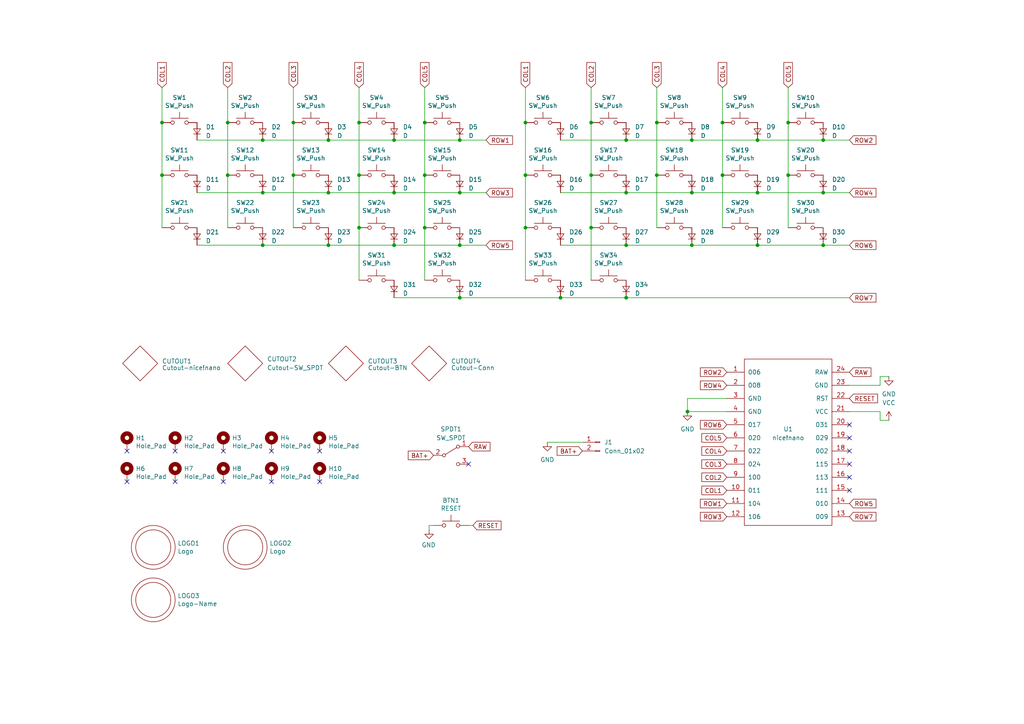
<source format=kicad_sch>
(kicad_sch (version 20231120) (generator "eeschema") (generator_version "8.0")
  (paper "A4")
  (title_block (title "Fract Choc") (date "2024-10-02") (rev "1.0") (company "skarrmann"))
  (lib_symbols
    (symbol "GND_1" (power) (pin_numbers hide) (pin_names (offset 0) hide)
      (property "Value" "GND" (at 0 -3.81 0))
      (symbol "GND_1_0_1"
        (polyline (pts (xy 0 0) (xy 0 -1.27) (xy 1.27 -1.27) (xy 0 -2.54) (xy -1.27 -1.27) (xy 0 -1.27)))
      )
      (symbol "GND_1_1_1"
        (pin power_in line (at 0 0 270) (length 0) (name "~") (number "1"))
      )
    )
    (symbol "VCC_1" (power) (pin_numbers hide) (pin_names (offset 0) hide)
      (property "Value" "VCC" (at 0 3.556 0))
      (symbol "VCC_1_0_1"
        (polyline (pts (xy -0.762 1.27) (xy 0 2.54)))
        (polyline (pts (xy 0 0) (xy 0 2.54)))
        (polyline (pts (xy 0 2.54) (xy 0.762 1.27)))
      )
      (symbol "VCC_1_1_1"
        (pin power_in line (at 0 0 90) (length 0) (name "~") (number "1"))
      )
    )
    (symbol "fract-components:Conn_01x02" (pin_names (offset 1.016) hide)
      (property "Reference" "J" (at 0 2.54 0))
      (property "Value" "Conn_01x02" (at 0 -5.08 0))
      (symbol "Conn_01x02_1_1"
        (rectangle (start -1.27 -2.413) (end 0 -2.667) (stroke (width 0.1524)))
        (rectangle (start -1.27 0.127) (end 0 -0.127) (stroke (width 0.1524)))
        (pin passive line (at -5.08 0 0) (length 3.81) (name "Pin_1") (number "1"))
        (pin passive line (at -5.08 -2.54 0) (length 3.81) (name "Pin_2") (number "2"))
      )
    )
    (symbol "fract-components:Cutout" (pin_names (offset 0)) (in_bom no)
      (property "Reference" "CUTOUT" (at 0 0 0))
      (symbol "Cutout_0_1"
        (polyline (pts (xy 0 5.08) (xy 5.08 0) (xy 0 -5.08) (xy -5.08 0) (xy 0 5.08)) (stroke (width 0.1524)))
      )
    )
    (symbol "fract-components:D" (pin_numbers hide) (pin_names (offset 0.254) hide)
      (property "Reference" "D" (at -1.27 2.032 0))
      (property "Value" "D" (at -1.27 -2.032 0))
      (symbol "D_0_1"
        (polyline (pts (xy -0.762 -1.016) (xy -0.762 1.016)))
        (polyline (pts (xy -0.762 0) (xy 0.762 0)))
        (polyline (pts (xy 0.762 -1.016) (xy -0.762 0) (xy 0.762 1.016) (xy 0.762 -1.016)))
      )
      (symbol "D_1_1"
        (pin passive line (at -2.54 0 0) (length 1.778) (name "K") (number "1"))
        (pin passive line (at 2.54 0 180) (length 1.778) (name "A") (number "2"))
      )
    )
    (symbol "fract-components:Hole_Pad" (pin_numbers hide) (pin_names (offset 1.016) hide)
      (property "Reference" "H" (at 0 6.35 0))
      (property "Value" "Hole_Pad" (at 0 4.445 0))
      (symbol "Hole_Pad_0_1"
        (circle (center 0 1.27) (radius 1.27) (stroke (width 1.27)))
      )
      (symbol "Hole_Pad_1_1"
        (pin input line (at 0 -2.54 90) (length 2.54) (name "1") (number "1"))
      )
    )
    (symbol "fract-components:Logo" (pin_names (offset 1.016))
      (property "Reference" "LOGO" (at 0 -1.27 0))
      (property "Value" "Logo" (at 0 1.27 0))
      (symbol "Logo_0_1"
        (circle (center 0 0) (radius 5.08))
        (circle (center 0 0) (radius 6.35))
      )
    )
    (symbol "fract-components:SW_Push" (pin_numbers hide) (pin_names (offset 1.016) hide)
      (property "Reference" "SW" (at 1.27 2.54 0))
      (property "Value" "SW_Push" (at 0 -1.524 0))
      (symbol "SW_Push_0_1"
        (circle (center -2.032 0) (radius 0.508))
        (polyline (pts (xy 0 1.27) (xy 0 3.048)))
        (polyline (pts (xy 2.54 1.27) (xy -2.54 1.27)))
        (circle (center 2.032 0) (radius 0.508))
        (pin passive line (at -5.08 0 0) (length 2.54) (name "1") (number "1"))
        (pin passive line (at 5.08 0 180) (length 2.54) (name "2") (number "2"))
      )
    )
    (symbol "fract-components:SW_SPDT" (pin_names (offset 0) hide)
      (property "Reference" "SW" (at 0 5.08 0))
      (property "Value" "SW_SPDT" (at 0 -5.08 0))
      (symbol "SW_SPDT_0_1"
        (circle (center -2.032 0) (radius 0.4572))
        (polyline (pts (xy -1.651 0.254) (xy 1.651 2.286)))
        (circle (center 2.032 -2.54) (radius 0.4572))
        (circle (center 2.032 2.54) (radius 0.4572))
      )
      (symbol "SW_SPDT_1_1"
        (pin passive line (at 5.08 2.54 180) (length 2.54) (name "A") (number "1"))
        (pin passive line (at -5.08 0 0) (length 2.54) (name "B") (number "2"))
        (pin passive line (at 5.08 -2.54 180) (length 2.54) (name "C") (number "3"))
      )
    )
    (symbol "fract-components:nice!nano" (pin_names (offset 1))
      (property "Reference" "U" (at 0 3.81 0))
      (property "Value" "nice!nano" (at 0 1.27 0))
      (symbol "nice!nano_0_0"
        (text "" (at 6.35 -27.94 0) (effects (font (size 1.27 1.27))))
        (text "" (at 7.62 -1.27 0) (effects (font (size 1.27 1.27))))
        (text "" (at 12.7 -25.4 0) (effects (font (size 1.27 1.27))))
        (text "" (at 15.24 -8.89 0) (effects (font (size 1.27 1.27))))
        (text "" (at 17.78 -7.62 0) (effects (font (size 1.27 1.27))))
        (text "" (at 19.05 -2.54 0) (effects (font (size 1.27 1.27))))
      )
      (symbol "nice!nano_1_1"
        (rectangle (start -12.7 24.13) (end 12.7 -24.13) (stroke (width 0.1524)))
        (pin input line (at -17.78 20.32 0) (length 5.08) (name "006") (number "1"))
        (pin input line (at -17.78 -13.97 0) (length 5.08) (name "011") (number "10"))
        (pin input line (at -17.78 -17.78 0) (length 5.08) (name "104") (number "11"))
        (pin input line (at -17.78 -21.59 0) (length 5.08) (name "106") (number "12"))
        (pin input line (at 17.78 -21.59 180) (length 5.08) (name "009") (number "13"))
        (pin input line (at 17.78 -17.78 180) (length 5.08) (name "010") (number "14"))
        (pin input line (at 17.78 -13.97 180) (length 5.08) (name "111") (number "15"))
        (pin input line (at 17.78 -10.16 180) (length 5.08) (name "113") (number "16"))
        (pin input line (at 17.78 -6.35 180) (length 5.08) (name "115") (number "17"))
        (pin input line (at 17.78 -2.54 180) (length 5.08) (name "002") (number "18"))
        (pin input line (at 17.78 1.27 180) (length 5.08) (name "029") (number "19"))
        (pin input line (at -17.78 16.51 0) (length 5.08) (name "008") (number "2"))
        (pin input line (at 17.78 5.08 180) (length 5.08) (name "031") (number "20"))
        (pin input line (at 17.78 8.89 180) (length 5.08) (name "VCC") (number "21"))
        (pin input line (at 17.78 12.7 180) (length 5.08) (name "RST") (number "22"))
        (pin input line (at 17.78 16.51 180) (length 5.08) (name "GND") (number "23"))
        (pin input line (at 17.78 20.32 180) (length 5.08) (name "RAW") (number "24"))
        (pin input line (at -17.78 12.7 0) (length 5.08) (name "GND") (number "3"))
        (pin input line (at -17.78 8.89 0) (length 5.08) (name "GND") (number "4"))
        (pin input line (at -17.78 5.08 0) (length 5.08) (name "017") (number "5"))
        (pin input line (at -17.78 1.27 0) (length 5.08) (name "020") (number "6"))
        (pin input line (at -17.78 -2.54 0) (length 5.08) (name "022") (number "7"))
        (pin input line (at -17.78 -6.35 0) (length 5.08) (name "024") (number "8"))
        (pin input line (at -17.78 -10.16 0) (length 5.08) (name "100") (number "9"))
      )
    )
    (symbol "power:GND" (power) (pin_names (offset 0))
      (property "Value" "GND" (at 0 -3.81 0))
      (symbol "GND_0_1"
        (polyline (pts (xy 0 0) (xy 0 -1.27) (xy 1.27 -1.27) (xy 0 -2.54) (xy -1.27 -1.27) (xy 0 -1.27)))
      )
      (symbol "GND_1_1"
        (pin power_in line (at 0 0 270) (length 0) hide (name "GND") (number "1"))
      )
    )
  )
  (junction (at 238.76 40.64))
  (junction (at 152.4 35.56))
  (junction (at 219.71 40.64))
  (junction (at 123.19 50.8))
  (junction (at 133.35 71.12))
  (junction (at 238.76 55.88))
  (junction (at 181.61 55.88))
  (junction (at 123.19 66.04))
  (junction (at 171.45 66.04))
  (junction (at 200.66 55.88))
  (junction (at 200.66 40.64))
  (junction (at 95.25 71.12))
  (junction (at 46.99 35.56))
  (junction (at 209.55 50.8))
  (junction (at 95.25 55.88))
  (junction (at 219.71 71.12))
  (junction (at 133.35 40.64))
  (junction (at 199.39 119.38))
  (junction (at 181.61 71.12))
  (junction (at 66.04 35.56))
  (junction (at 76.2 71.12))
  (junction (at 228.6 50.8))
  (junction (at 219.71 55.88))
  (junction (at 209.55 35.56))
  (junction (at 171.45 50.8))
  (junction (at 133.35 55.88))
  (junction (at 152.4 50.8))
  (junction (at 66.04 50.8))
  (junction (at 76.2 55.88))
  (junction (at 200.66 71.12))
  (junction (at 76.2 40.64))
  (junction (at 190.5 50.8))
  (junction (at 104.14 35.56))
  (junction (at 181.61 40.64))
  (junction (at 190.5 35.56))
  (junction (at 114.3 55.88))
  (junction (at 104.14 50.8))
  (junction (at 46.99 50.8))
  (junction (at 162.56 86.36))
  (junction (at 238.76 71.12))
  (junction (at 181.61 86.36))
  (junction (at 228.6 35.56))
  (junction (at 152.4 66.04))
  (junction (at 114.3 71.12))
  (junction (at 123.19 35.56))
  (junction (at 85.09 35.56))
  (junction (at 133.35 86.36))
  (junction (at 104.14 66.04))
  (junction (at 171.45 35.56))
  (junction (at 114.3 40.64))
  (junction (at 95.25 40.64))
  (junction (at 85.09 50.8))
  (no_connect (at 36.83 139.7))
  (no_connect (at 135.89 134.62))
  (no_connect (at 246.38 130.81))
  (no_connect (at 246.38 142.24))
  (no_connect (at 246.38 134.62))
  (no_connect (at 92.71 139.7))
  (no_connect (at 50.8 139.7))
  (no_connect (at 246.38 127))
  (no_connect (at 64.77 139.7))
  (no_connect (at 246.38 123.19))
  (no_connect (at 78.74 130.81))
  (no_connect (at 78.74 139.7))
  (no_connect (at 92.71 130.81))
  (no_connect (at 64.77 130.81))
  (no_connect (at 36.83 130.81))
  (no_connect (at 246.38 138.43))
  (no_connect (at 50.8 130.81))
  (wire (pts (xy 85.09 25.4) (xy 85.09 35.56)))
  (wire (pts (xy 190.5 50.8) (xy 190.5 66.04)))
  (wire (pts (xy 190.5 25.4) (xy 190.5 35.56)))
  (wire (pts (xy 124.46 152.4) (xy 124.46 153.67)))
  (wire (pts (xy 46.99 50.8) (xy 46.99 66.04)))
  (wire (pts (xy 181.61 71.12) (xy 200.66 71.12)))
  (wire (pts (xy 228.6 50.8) (xy 228.6 66.04)))
  (wire (pts (xy 66.04 25.4) (xy 66.04 35.56)))
  (wire (pts (xy 85.09 50.8) (xy 85.09 66.04)))
  (wire (pts (xy 238.76 55.88) (xy 246.38 55.88)))
  (wire (pts (xy 199.39 115.57) (xy 210.82 115.57)))
  (wire (pts (xy 66.04 50.8) (xy 66.04 66.04)))
  (wire (pts (xy 104.14 50.8) (xy 104.14 66.04)))
  (wire (pts (xy 162.56 86.36) (xy 181.61 86.36)))
  (wire (pts (xy 209.55 25.4) (xy 209.55 35.56)))
  (wire (pts (xy 104.14 35.56) (xy 104.14 50.8)))
  (wire (pts (xy 152.4 35.56) (xy 152.4 50.8)))
  (wire (pts (xy 238.76 40.64) (xy 246.38 40.64)))
  (wire (pts (xy 137.16 152.4) (xy 135.89 152.4)))
  (wire (pts (xy 125.73 152.4) (xy 124.46 152.4)))
  (wire (pts (xy 104.14 66.04) (xy 104.14 81.28)))
  (wire (pts (xy 219.71 55.88) (xy 238.76 55.88)))
  (wire (pts (xy 181.61 55.88) (xy 200.66 55.88)))
  (wire (pts (xy 123.19 25.4) (xy 123.19 35.56)))
  (wire (pts (xy 95.25 40.64) (xy 114.3 40.64)))
  (wire (pts (xy 152.4 50.8) (xy 152.4 66.04)))
  (wire (pts (xy 219.71 40.64) (xy 238.76 40.64)))
  (wire (pts (xy 114.3 55.88) (xy 133.35 55.88)))
  (wire (pts (xy 114.3 40.64) (xy 133.35 40.64)))
  (wire (pts (xy 76.2 55.88) (xy 95.25 55.88)))
  (wire (pts (xy 200.66 55.88) (xy 219.71 55.88)))
  (wire (pts (xy 238.76 71.12) (xy 246.38 71.12)))
  (wire (pts (xy 181.61 40.64) (xy 200.66 40.64)))
  (wire (pts (xy 257.81 109.22) (xy 255.27 109.22)))
  (wire (pts (xy 171.45 25.4) (xy 171.45 35.56)))
  (wire (pts (xy 133.35 86.36) (xy 162.56 86.36)))
  (wire (pts (xy 171.45 66.04) (xy 171.45 81.28)))
  (wire (pts (xy 200.66 40.64) (xy 219.71 40.64)))
  (wire (pts (xy 95.25 55.88) (xy 114.3 55.88)))
  (wire (pts (xy 162.56 55.88) (xy 181.61 55.88)))
  (wire (pts (xy 133.35 40.64) (xy 140.97 40.64)))
  (wire (pts (xy 66.04 35.56) (xy 66.04 50.8)))
  (wire (pts (xy 123.19 35.56) (xy 123.19 50.8)))
  (wire (pts (xy 228.6 25.4) (xy 228.6 35.56)))
  (wire (pts (xy 190.5 35.56) (xy 190.5 50.8)))
  (wire (pts (xy 209.55 50.8) (xy 209.55 66.04)))
  (wire (pts (xy 57.15 71.12) (xy 76.2 71.12)))
  (wire (pts (xy 219.71 71.12) (xy 238.76 71.12)))
  (wire (pts (xy 209.55 35.56) (xy 209.55 50.8)))
  (wire (pts (xy 257.81 121.92) (xy 255.27 121.92)))
  (wire (pts (xy 246.38 119.38) (xy 255.27 119.38)))
  (wire (pts (xy 246.38 111.76) (xy 255.27 111.76)))
  (wire (pts (xy 46.99 35.56) (xy 46.99 50.8)))
  (wire (pts (xy 95.25 71.12) (xy 114.3 71.12)))
  (wire (pts (xy 171.45 35.56) (xy 171.45 50.8)))
  (wire (pts (xy 162.56 71.12) (xy 181.61 71.12)))
  (wire (pts (xy 199.39 115.57) (xy 199.39 119.38)))
  (wire (pts (xy 162.56 40.64) (xy 181.61 40.64)))
  (wire (pts (xy 46.99 25.4) (xy 46.99 35.56)))
  (wire (pts (xy 57.15 40.64) (xy 76.2 40.64)))
  (wire (pts (xy 255.27 121.92) (xy 255.27 119.38)))
  (wire (pts (xy 228.6 35.56) (xy 228.6 50.8)))
  (wire (pts (xy 200.66 71.12) (xy 219.71 71.12)))
  (wire (pts (xy 123.19 50.8) (xy 123.19 66.04)))
  (wire (pts (xy 114.3 86.36) (xy 133.35 86.36)))
  (wire (pts (xy 152.4 66.04) (xy 152.4 81.28)))
  (wire (pts (xy 181.61 86.36) (xy 246.38 86.36)))
  (wire (pts (xy 114.3 71.12) (xy 133.35 71.12)))
  (wire (pts (xy 171.45 50.8) (xy 171.45 66.04)))
  (wire (pts (xy 57.15 55.88) (xy 76.2 55.88)))
  (wire (pts (xy 133.35 55.88) (xy 140.97 55.88)))
  (wire (pts (xy 104.14 25.4) (xy 104.14 35.56)))
  (wire (pts (xy 133.35 71.12) (xy 140.97 71.12)))
  (wire (pts (xy 123.19 66.04) (xy 123.19 81.28)))
  (wire (pts (xy 76.2 71.12) (xy 95.25 71.12)))
  (wire (pts (xy 152.4 25.4) (xy 152.4 35.56)))
  (wire (pts (xy 199.39 119.38) (xy 210.82 119.38)))
  (wire (pts (xy 255.27 109.22) (xy 255.27 111.76)))
  (wire (pts (xy 76.2 40.64) (xy 95.25 40.64)))
  (wire (pts (xy 158.75 128.27) (xy 168.91 128.27)))
  (wire (pts (xy 85.09 35.56) (xy 85.09 50.8)))
  (global_label "RESET" (shape input) (at 246.38 115.57 0) (property "Intersheetrefs" "${INTERSHEET_REFS}" (effects (hide yes))))
  (global_label "COL4" (shape input) (at 104.14 25.4 90) (property "Intersheetrefs" "${INTERSHEET_REFS}" (effects (hide yes))))
  (global_label "COL2" (shape input) (at 66.04 25.4 90) (property "Intersheetrefs" "${INTERSHEET_REFS}" (effects (hide yes))))
  (global_label "ROW7" (shape input) (at 246.38 86.36 0) (property "Intersheetrefs" "${INTERSHEET_REFS}" (effects (hide yes))))
  (global_label "ROW4" (shape input) (at 246.38 55.88 0) (property "Intersheetrefs" "${INTERSHEET_REFS}" (effects (hide yes))))
  (global_label "ROW5" (shape input) (at 140.97 71.12 0) (property "Intersheetrefs" "${INTERSHEET_REFS}" (effects (hide yes))))
  (global_label "COL2" (shape input) (at 210.82 138.43 180) (property "Intersheetrefs" "${INTERSHEET_REFS}" (effects (hide yes))))
  (global_label "COL1" (shape input) (at 46.99 25.4 90) (property "Intersheetrefs" "${INTERSHEET_REFS}" (effects (hide yes))))
  (global_label "COL3" (shape input) (at 85.09 25.4 90) (property "Intersheetrefs" "${INTERSHEET_REFS}" (effects (hide yes))))
  (global_label "ROW6" (shape input) (at 246.38 71.12 0) (property "Intersheetrefs" "${INTERSHEET_REFS}" (effects (hide yes))))
  (global_label "RAW" (shape input) (at 246.38 107.95 0) (property "Intersheetrefs" "${INTERSHEET_REFS}" (effects (hide yes))))
  (global_label "RAW" (shape input) (at 135.89 129.54 0) (property "Intersheetrefs" "${INTERSHEET_REFS}" (effects (hide yes))))
  (global_label "COL3" (shape input) (at 190.5 25.4 90) (property "Intersheetrefs" "${INTERSHEET_REFS}" (effects (hide yes))))
  (global_label "RESET" (shape input) (at 137.16 152.4 0) (property "Intersheetrefs" "${INTERSHEET_REFS}" (effects (hide yes))))
  (global_label "ROW2" (shape input) (at 246.38 40.64 0) (property "Intersheetrefs" "${INTERSHEET_REFS}" (effects (hide yes))))
  (global_label "ROW7" (shape input) (at 246.38 149.86 0) (property "Intersheetrefs" "${INTERSHEET_REFS}" (effects (hide yes))))
  (global_label "COL1" (shape input) (at 210.82 142.24 180) (property "Intersheetrefs" "${INTERSHEET_REFS}" (effects (hide yes))))
  (global_label "ROW5" (shape input) (at 246.38 146.05 0) (property "Intersheetrefs" "${INTERSHEET_REFS}" (effects (hide yes))))
  (global_label "COL1" (shape input) (at 152.4 25.4 90) (property "Intersheetrefs" "${INTERSHEET_REFS}" (effects (hide yes))))
  (global_label "ROW3" (shape input) (at 210.82 149.86 180) (property "Intersheetrefs" "${INTERSHEET_REFS}" (effects (hide yes))))
  (global_label "COL4" (shape input) (at 210.82 130.81 180) (property "Intersheetrefs" "${INTERSHEET_REFS}" (effects (hide yes))))
  (global_label "COL3" (shape input) (at 210.82 134.62 180) (property "Intersheetrefs" "${INTERSHEET_REFS}" (effects (hide yes))))
  (global_label "BAT+" (shape input) (at 168.91 130.81 180) (property "Intersheetrefs" "${INTERSHEET_REFS}" (effects (hide yes))))
  (global_label "BAT+" (shape input) (at 125.73 132.08 180) (property "Intersheetrefs" "${INTERSHEET_REFS}" (effects (hide yes))))
  (global_label "ROW6" (shape input) (at 210.82 123.19 180) (property "Intersheetrefs" "${INTERSHEET_REFS}" (effects (hide yes))))
  (global_label "COL5" (shape input) (at 228.6 25.4 90) (property "Intersheetrefs" "${INTERSHEET_REFS}" (effects (hide yes))))
  (global_label "ROW2" (shape input) (at 210.82 107.95 180) (property "Intersheetrefs" "${INTERSHEET_REFS}" (effects (hide yes))))
  (global_label "ROW1" (shape input) (at 140.97 40.64 0) (property "Intersheetrefs" "${INTERSHEET_REFS}" (effects (hide yes))))
  (global_label "ROW3" (shape input) (at 140.97 55.88 0) (property "Intersheetrefs" "${INTERSHEET_REFS}" (effects (hide yes))))
  (global_label "COL5" (shape input) (at 210.82 127 180) (property "Intersheetrefs" "${INTERSHEET_REFS}" (effects (hide yes))))
  (global_label "COL5" (shape input) (at 123.19 25.4 90) (property "Intersheetrefs" "${INTERSHEET_REFS}" (effects (hide yes))))
  (global_label "COL4" (shape input) (at 209.55 25.4 90) (property "Intersheetrefs" "${INTERSHEET_REFS}" (effects (hide yes))))
  (global_label "COL2" (shape input) (at 171.45 25.4 90) (property "Intersheetrefs" "${INTERSHEET_REFS}" (effects (hide yes))))
  (global_label "ROW1" (shape input) (at 210.82 146.05 180) (property "Intersheetrefs" "${INTERSHEET_REFS}" (effects (hide yes))))
  (global_label "ROW4" (shape input) (at 210.82 111.76 180) (property "Intersheetrefs" "${INTERSHEET_REFS}" (effects (hide yes))))
  (symbol (lib_id "fract-components:SW_Push") (at 52.07 35.56 0) (unit 1)
    (property "Reference" "SW1" (at 52.07 28.321 0))
    (property "Value" "SW_Push" (at 52.07 30.6324 0))
    (property "Footprint" "fract-footprints:SW_Choc" (effects (hide yes)))
  )
  (symbol (lib_id "fract-components:SW_Push") (at 52.07 50.8 0) (unit 1)
    (property "Reference" "SW11" (at 52.07 43.561 0))
    (property "Value" "SW_Push" (at 52.07 45.8724 0))
    (property "Footprint" "fract-footprints:SW_Choc" (effects (hide yes)))
  )
  (symbol (lib_id "fract-components:SW_Push") (at 130.81 152.4 0) (mirror y) (unit 1)
    (property "Reference" "BTN1" (at 130.81 145.161 0))
    (property "Value" "RESET" (at 130.81 147.4724 0))
    (property "Footprint" "fract-footprints:SW_Push_6mm" (effects (hide yes)))
  )
  (symbol (lib_id "power:GND") (at 124.46 153.67 0) (mirror y) (unit 1)
    (property "Reference" "#PWR04" (effects (hide yes)))
    (property "Value" "GND" (at 124.333 158.0642 0))
  )
  (symbol (lib_id "fract-components:Hole_Pad") (at 36.83 128.27 0) (unit 1) (in_bom no)
    (property "Reference" "H1" (at 39.37 127.0254 0) (effects (justify left)))
    (property "Value" "Hole_Pad" (at 39.37 129.3368 0) (effects (justify left)))
    (property "Footprint" "fract-footprints:Mount_M2" (effects (hide yes)))
  )
  (symbol (lib_id "fract-components:Hole_Pad") (at 50.8 128.27 0) (unit 1) (in_bom no)
    (property "Reference" "H2" (at 53.34 127.0254 0) (effects (justify left)))
    (property "Value" "Hole_Pad" (at 53.34 129.3368 0) (effects (justify left)))
    (property "Footprint" "fract-footprints:Mount_M2" (effects (hide yes)))
  )
  (symbol (lib_id "fract-components:Hole_Pad") (at 64.77 128.27 0) (unit 1) (in_bom no)
    (property "Reference" "H3" (at 67.31 127.0254 0) (effects (justify left)))
    (property "Value" "Hole_Pad" (at 67.31 129.3368 0) (effects (justify left)))
    (property "Footprint" "fract-footprints:Mount_M2" (effects (hide yes)))
  )
  (symbol (lib_id "fract-components:Hole_Pad") (at 78.74 128.27 0) (unit 1) (in_bom no)
    (property "Reference" "H4" (at 81.28 127.0254 0) (effects (justify left)))
    (property "Value" "Hole_Pad" (at 81.28 129.3368 0) (effects (justify left)))
    (property "Footprint" "fract-footprints:Mount_M2" (effects (hide yes)))
  )
  (symbol (lib_id "fract-components:Logo") (at 44.45 158.75 0) (unit 1)
    (property "Reference" "LOGO1" (at 51.5112 157.5816 0) (effects (justify left)))
    (property "Value" "Logo" (at 51.5112 159.893 0) (effects (justify left)))
    (property "Footprint" "fract-footprints:Logo_Fract" (effects (hide yes)))
  )
  (symbol (lib_id "fract-components:SW_Push") (at 71.12 35.56 0) (unit 1)
    (property "Reference" "SW2" (at 71.12 28.321 0))
    (property "Value" "SW_Push" (at 71.12 30.6324 0))
    (property "Footprint" "fract-footprints:SW_Choc" (effects (hide yes)))
  )
  (symbol (lib_id "fract-components:SW_Push") (at 71.12 50.8 0) (unit 1)
    (property "Reference" "SW12" (at 71.12 43.561 0))
    (property "Value" "SW_Push" (at 71.12 45.8724 0))
    (property "Footprint" "fract-footprints:SW_Choc" (effects (hide yes)))
  )
  (symbol (lib_id "fract-components:SW_Push") (at 90.17 35.56 0) (unit 1)
    (property "Reference" "SW3" (at 90.17 28.321 0))
    (property "Value" "SW_Push" (at 90.17 30.6324 0))
    (property "Footprint" "fract-footprints:SW_Choc" (effects (hide yes)))
  )
  (symbol (lib_id "fract-components:SW_Push") (at 90.17 50.8 0) (unit 1)
    (property "Reference" "SW13" (at 90.17 43.561 0))
    (property "Value" "SW_Push" (at 90.17 45.8724 0))
    (property "Footprint" "fract-footprints:SW_Choc" (effects (hide yes)))
  )
  (symbol (lib_id "fract-components:SW_Push") (at 109.22 35.56 0) (unit 1)
    (property "Reference" "SW4" (at 109.22 28.321 0))
    (property "Value" "SW_Push" (at 109.22 30.6324 0))
    (property "Footprint" "fract-footprints:SW_Choc" (effects (hide yes)))
  )
  (symbol (lib_id "fract-components:SW_Push") (at 109.22 50.8 0) (unit 1)
    (property "Reference" "SW14" (at 109.22 43.561 0))
    (property "Value" "SW_Push" (at 109.22 45.8724 0))
    (property "Footprint" "fract-footprints:SW_Choc" (effects (hide yes)))
  )
  (symbol (lib_id "fract-components:SW_Push") (at 128.27 35.56 0) (unit 1)
    (property "Reference" "SW5" (at 128.27 28.321 0))
    (property "Value" "SW_Push" (at 128.27 30.6324 0))
    (property "Footprint" "fract-footprints:SW_Choc" (effects (hide yes)))
  )
  (symbol (lib_id "fract-components:SW_Push") (at 128.27 50.8 0) (unit 1)
    (property "Reference" "SW15" (at 128.27 43.561 0))
    (property "Value" "SW_Push" (at 128.27 45.8724 0))
    (property "Footprint" "fract-footprints:SW_Choc" (effects (hide yes)))
  )
  (symbol (lib_id "fract-components:Logo") (at 44.45 173.99 0) (unit 1)
    (property "Reference" "LOGO3" (at 51.5112 172.8216 0) (effects (justify left)))
    (property "Value" "Logo-Name" (at 51.5112 175.133 0) (effects (justify left)))
    (property "Footprint" "fract-footprints:Logo_Fract_Name" (effects (hide yes)))
  )
  (symbol (lib_id "fract-components:D") (at 76.2 38.1 90) (unit 1)
    (property "Reference" "D2" (at 78.74 36.8299 90) (effects (justify right)))
    (property "Value" "D" (at 78.74 39.3699 90) (effects (justify right)))
    (property "Footprint" "fract-footprints:D_SOD-123" (effects (hide yes)))
    (property "Description" "Diode, small symbol" (effects (hide yes)))
  )
  (symbol (lib_id "fract-components:D") (at 162.56 38.1 90) (unit 1)
    (property "Reference" "D6" (at 165.1 36.8299 90) (effects (justify right)))
    (property "Value" "D" (at 165.1 39.3699 90) (effects (justify right)))
    (property "Footprint" "fract-footprints:D_SOD-123" (effects (hide yes)))
    (property "Description" "Diode, small symbol" (effects (hide yes)))
  )
  (symbol (lib_id "fract-components:SW_Push") (at 157.48 66.04 0) (unit 1)
    (property "Reference" "SW26" (at 157.48 58.801 0))
    (property "Value" "SW_Push" (at 157.48 61.1124 0))
    (property "Footprint" "fract-footprints:SW_Choc" (effects (hide yes)))
  )
  (symbol (lib_id "fract-components:D") (at 114.3 38.1 90) (unit 1)
    (property "Reference" "D4" (at 116.84 36.8299 90) (effects (justify right)))
    (property "Value" "D" (at 116.84 39.3699 90) (effects (justify right)))
    (property "Footprint" "fract-footprints:D_SOD-123" (effects (hide yes)))
    (property "Description" "Diode, small symbol" (effects (hide yes)))
  )
  (symbol (lib_id "fract-components:D") (at 162.56 53.34 90) (unit 1)
    (property "Reference" "D16" (at 165.1 52.0699 90) (effects (justify right)))
    (property "Value" "D" (at 165.1 54.6099 90) (effects (justify right)))
    (property "Footprint" "fract-footprints:D_SOD-123" (effects (hide yes)))
    (property "Description" "Diode, small symbol" (effects (hide yes)))
  )
  (symbol (lib_id "fract-components:SW_Push") (at 233.68 50.8 0) (unit 1)
    (property "Reference" "SW20" (at 233.68 43.561 0))
    (property "Value" "SW_Push" (at 233.68 45.8724 0))
    (property "Footprint" "fract-footprints:SW_Choc" (effects (hide yes)))
  )
  (symbol (lib_id "fract-components:D") (at 162.56 68.58 90) (unit 1)
    (property "Reference" "D26" (at 165.1 67.3099 90) (effects (justify right)))
    (property "Value" "D" (at 165.1 69.8499 90) (effects (justify right)))
    (property "Footprint" "fract-footprints:D_SOD-123" (effects (hide yes)))
    (property "Description" "Diode, small symbol" (effects (hide yes)))
  )
  (symbol (lib_id "fract-components:SW_Push") (at 52.07 66.04 0) (unit 1)
    (property "Reference" "SW21" (at 52.07 58.801 0))
    (property "Value" "SW_Push" (at 52.07 61.1124 0))
    (property "Footprint" "fract-footprints:SW_Choc" (effects (hide yes)))
  )
  (symbol (lib_id "fract-components:SW_Push") (at 90.17 66.04 0) (unit 1)
    (property "Reference" "SW23" (at 90.17 58.801 0))
    (property "Value" "SW_Push" (at 90.17 61.1124 0))
    (property "Footprint" "fract-footprints:SW_Choc" (effects (hide yes)))
  )
  (symbol (lib_name "GND_1") (lib_id "power:GND") (at 158.75 128.27 0) (unit 1)
    (property "Reference" "#PWR05" (effects (hide yes)))
    (property "Value" "GND" (at 158.75 133.35 0))
    (property "Description" "Power symbol creates a global label with name \"GND\" , ground" (effects (hide yes)))
  )
  (symbol (lib_id "fract-components:Conn_01x02") (at 173.99 128.27 0) (unit 1)
    (property "Reference" "J1" (at 175.26 128.2699 0) (effects (justify left)))
    (property "Value" "Conn_01x02" (at 175.26 130.8099 0) (effects (justify left)))
    (property "Footprint" "fract-footprints:JST_PH_S2B-PH-K_1x02_P2.00mm_Horizontal" (effects (hide yes)))
    (property "Description" "Generic connector, single row, 01x02, script generated (kicad-library-utils/schlib/autogen/connector/)" (effects (hide yes)))
  )
  (symbol (lib_id "fract-components:D") (at 238.76 53.34 90) (unit 1)
    (property "Reference" "D20" (at 241.3 52.0699 90) (effects (justify right)))
    (property "Value" "D" (at 241.3 54.6099 90) (effects (justify right)))
    (property "Footprint" "fract-footprints:D_SOD-123" (effects (hide yes)))
    (property "Description" "Diode, small symbol" (effects (hide yes)))
  )
  (symbol (lib_id "fract-components:SW_Push") (at 128.27 81.28 0) (unit 1)
    (property "Reference" "SW32" (at 128.27 74.041 0))
    (property "Value" "SW_Push" (at 128.27 76.3524 0))
    (property "Footprint" "fract-footprints:SW_Choc" (effects (hide yes)))
  )
  (symbol (lib_id "fract-components:D") (at 95.25 38.1 90) (unit 1)
    (property "Reference" "D3" (at 97.79 36.8299 90) (effects (justify right)))
    (property "Value" "D" (at 97.79 39.3699 90) (effects (justify right)))
    (property "Footprint" "fract-footprints:D_SOD-123" (effects (hide yes)))
    (property "Description" "Diode, small symbol" (effects (hide yes)))
  )
  (symbol (lib_id "fract-components:D") (at 76.2 68.58 90) (unit 1)
    (property "Reference" "D22" (at 78.74 67.3099 90) (effects (justify right)))
    (property "Value" "D" (at 78.74 69.8499 90) (effects (justify right)))
    (property "Footprint" "fract-footprints:D_SOD-123" (effects (hide yes)))
    (property "Description" "Diode, small symbol" (effects (hide yes)))
  )
  (symbol (lib_id "fract-components:SW_Push") (at 176.53 81.28 0) (unit 1)
    (property "Reference" "SW34" (at 176.53 74.041 0))
    (property "Value" "SW_Push" (at 176.53 76.3524 0))
    (property "Footprint" "fract-footprints:SW_Choc" (effects (hide yes)))
  )
  (symbol (lib_id "fract-components:SW_Push") (at 233.68 66.04 0) (unit 1)
    (property "Reference" "SW30" (at 233.68 58.801 0))
    (property "Value" "SW_Push" (at 233.68 61.1124 0))
    (property "Footprint" "fract-footprints:SW_Choc" (effects (hide yes)))
  )
  (symbol (lib_id "fract-components:SW_Push") (at 176.53 35.56 0) (unit 1)
    (property "Reference" "SW7" (at 176.53 28.321 0))
    (property "Value" "SW_Push" (at 176.53 30.6324 0))
    (property "Footprint" "fract-footprints:SW_Choc" (effects (hide yes)))
  )
  (symbol (lib_id "fract-components:Cutout") (at 100.33 105.41 0) (unit 1) (in_bom no)
    (property "Reference" "CUTOUT3" (at 106.68 104.7749 0) (effects (justify left)))
    (property "Value" "Cutout-BTN" (at 106.68 106.68 0) (effects (justify left)))
    (property "Footprint" "fract-footprints:Cutout_SW_Push_6mm" (effects (hide yes)))
  )
  (symbol (lib_id "fract-components:D") (at 238.76 68.58 90) (unit 1)
    (property "Reference" "D30" (at 241.3 67.3099 90) (effects (justify right)))
    (property "Value" "D" (at 241.3 69.8499 90) (effects (justify right)))
    (property "Footprint" "fract-footprints:D_SOD-123" (effects (hide yes)))
    (property "Description" "Diode, small symbol" (effects (hide yes)))
  )
  (symbol (lib_id "fract-components:SW_Push") (at 109.22 81.28 0) (unit 1)
    (property "Reference" "SW31" (at 109.22 74.041 0))
    (property "Value" "SW_Push" (at 109.22 76.3524 0))
    (property "Footprint" "fract-footprints:SW_Choc" (effects (hide yes)))
  )
  (symbol (lib_id "fract-components:D") (at 181.61 53.34 90) (unit 1)
    (property "Reference" "D17" (at 184.15 52.0699 90) (effects (justify right)))
    (property "Value" "D" (at 184.15 54.6099 90) (effects (justify right)))
    (property "Footprint" "fract-footprints:D_SOD-123" (effects (hide yes)))
    (property "Description" "Diode, small symbol" (effects (hide yes)))
  )
  (symbol (lib_id "fract-components:Hole_Pad") (at 50.8 137.16 0) (unit 1) (in_bom no)
    (property "Reference" "H7" (at 53.34 135.9154 0) (effects (justify left)))
    (property "Value" "Hole_Pad" (at 53.34 138.2268 0) (effects (justify left)))
    (property "Footprint" "fract-footprints:Mount_M2" (effects (hide yes)))
  )
  (symbol (lib_id "fract-components:D") (at 200.66 68.58 90) (unit 1)
    (property "Reference" "D28" (at 203.2 67.3099 90) (effects (justify right)))
    (property "Value" "D" (at 203.2 69.8499 90) (effects (justify right)))
    (property "Footprint" "fract-footprints:D_SOD-123" (effects (hide yes)))
    (property "Description" "Diode, small symbol" (effects (hide yes)))
  )
  (symbol (lib_id "fract-components:SW_Push") (at 71.12 66.04 0) (unit 1)
    (property "Reference" "SW22" (at 71.12 58.801 0))
    (property "Value" "SW_Push" (at 71.12 61.1124 0))
    (property "Footprint" "fract-footprints:SW_Choc" (effects (hide yes)))
  )
  (symbol (lib_id "fract-components:Logo") (at 71.12 158.75 0) (unit 1)
    (property "Reference" "LOGO2" (at 78.1812 157.5816 0) (effects (justify left)))
    (property "Value" "Logo" (at 78.1812 159.893 0) (effects (justify left)))
    (property "Footprint" "fract-footprints:Logo_Fract" (effects (hide yes)))
  )
  (symbol (lib_id "fract-components:SW_Push") (at 214.63 35.56 0) (unit 1)
    (property "Reference" "SW9" (at 214.63 28.321 0))
    (property "Value" "SW_Push" (at 214.63 30.6324 0))
    (property "Footprint" "fract-footprints:SW_Choc" (effects (hide yes)))
  )
  (symbol (lib_id "fract-components:SW_Push") (at 128.27 66.04 0) (unit 1)
    (property "Reference" "SW25" (at 128.27 58.801 0))
    (property "Value" "SW_Push" (at 128.27 61.1124 0))
    (property "Footprint" "fract-footprints:SW_Choc" (effects (hide yes)))
  )
  (symbol (lib_id "fract-components:D") (at 238.76 38.1 90) (unit 1)
    (property "Reference" "D10" (at 241.3 36.8299 90) (effects (justify right)))
    (property "Value" "D" (at 241.3 39.3699 90) (effects (justify right)))
    (property "Footprint" "fract-footprints:D_SOD-123" (effects (hide yes)))
    (property "Description" "Diode, small symbol" (effects (hide yes)))
  )
  (symbol (lib_id "fract-components:SW_Push") (at 109.22 66.04 0) (unit 1)
    (property "Reference" "SW24" (at 109.22 58.801 0))
    (property "Value" "SW_Push" (at 109.22 61.1124 0))
    (property "Footprint" "fract-footprints:SW_Choc" (effects (hide yes)))
  )
  (symbol (lib_id "fract-components:Hole_Pad") (at 92.71 128.27 0) (unit 1) (in_bom no)
    (property "Reference" "H5" (at 95.25 127.0254 0) (effects (justify left)))
    (property "Value" "Hole_Pad" (at 95.25 129.3368 0) (effects (justify left)))
    (property "Footprint" "fract-footprints:Mount_M2" (effects (hide yes)))
  )
  (symbol (lib_id "fract-components:D") (at 57.15 53.34 90) (unit 1)
    (property "Reference" "D11" (at 59.69 52.0699 90) (effects (justify right)))
    (property "Value" "D" (at 59.69 54.6099 90) (effects (justify right)))
    (property "Footprint" "fract-footprints:D_SOD-123" (effects (hide yes)))
    (property "Description" "Diode, small symbol" (effects (hide yes)))
  )
  (symbol (lib_id "fract-components:D") (at 219.71 38.1 90) (unit 1)
    (property "Reference" "D9" (at 222.25 36.8299 90) (effects (justify right)))
    (property "Value" "D" (at 222.25 39.3699 90) (effects (justify right)))
    (property "Footprint" "fract-footprints:D_SOD-123" (effects (hide yes)))
    (property "Description" "Diode, small symbol" (effects (hide yes)))
  )
  (symbol (lib_id "fract-components:D") (at 114.3 68.58 90) (unit 1)
    (property "Reference" "D24" (at 116.84 67.3099 90) (effects (justify right)))
    (property "Value" "D" (at 116.84 69.8499 90) (effects (justify right)))
    (property "Footprint" "fract-footprints:D_SOD-123" (effects (hide yes)))
    (property "Description" "Diode, small symbol" (effects (hide yes)))
  )
  (symbol (lib_id "fract-components:Cutout") (at 124.46 105.41 0) (unit 1) (in_bom no)
    (property "Reference" "CUTOUT4" (at 130.81 104.7749 0) (effects (justify left)))
    (property "Value" "Cutout-Conn" (at 130.81 106.68 0) (effects (justify left)))
    (property "Footprint" "fract-footprints:Cutout_JST_PH_S2B-PH-K_1x02_P2.00mm_Horizontal" (effects (hide yes)))
  )
  (symbol (lib_id "fract-components:D") (at 219.71 53.34 90) (unit 1)
    (property "Reference" "D19" (at 222.25 52.0699 90) (effects (justify right)))
    (property "Value" "D" (at 222.25 54.6099 90) (effects (justify right)))
    (property "Footprint" "fract-footprints:D_SOD-123" (effects (hide yes)))
    (property "Description" "Diode, small symbol" (effects (hide yes)))
  )
  (symbol (lib_id "fract-components:Hole_Pad") (at 92.71 137.16 0) (unit 1) (in_bom no)
    (property "Reference" "H10" (at 95.25 135.9154 0) (effects (justify left)))
    (property "Value" "Hole_Pad" (at 95.25 138.2268 0) (effects (justify left)))
    (property "Footprint" "fract-footprints:Mount_M2" (effects (hide yes)))
  )
  (symbol (lib_id "fract-components:SW_Push") (at 195.58 35.56 0) (unit 1)
    (property "Reference" "SW8" (at 195.58 28.321 0))
    (property "Value" "SW_Push" (at 195.58 30.6324 0))
    (property "Footprint" "fract-footprints:SW_Choc" (effects (hide yes)))
  )
  (symbol (lib_id "fract-components:SW_Push") (at 214.63 50.8 0) (unit 1)
    (property "Reference" "SW19" (at 214.63 43.561 0))
    (property "Value" "SW_Push" (at 214.63 45.8724 0))
    (property "Footprint" "fract-footprints:SW_Choc" (effects (hide yes)))
  )
  (symbol (lib_id "fract-components:SW_Push") (at 233.68 35.56 0) (unit 1)
    (property "Reference" "SW10" (at 233.68 28.321 0))
    (property "Value" "SW_Push" (at 233.68 30.6324 0))
    (property "Footprint" "fract-footprints:SW_Choc" (effects (hide yes)))
  )
  (symbol (lib_id "fract-components:SW_Push") (at 176.53 50.8 0) (unit 1)
    (property "Reference" "SW17" (at 176.53 43.561 0))
    (property "Value" "SW_Push" (at 176.53 45.8724 0))
    (property "Footprint" "fract-footprints:SW_Choc" (effects (hide yes)))
  )
  (symbol (lib_id "fract-components:D") (at 95.25 53.34 90) (unit 1)
    (property "Reference" "D13" (at 97.79 52.0699 90) (effects (justify right)))
    (property "Value" "D" (at 97.79 54.6099 90) (effects (justify right)))
    (property "Footprint" "fract-footprints:D_SOD-123" (effects (hide yes)))
    (property "Description" "Diode, small symbol" (effects (hide yes)))
  )
  (symbol (lib_id "fract-components:Hole_Pad") (at 78.74 137.16 0) (unit 1) (in_bom no)
    (property "Reference" "H9" (at 81.28 135.9154 0) (effects (justify left)))
    (property "Value" "Hole_Pad" (at 81.28 138.2268 0) (effects (justify left)))
    (property "Footprint" "fract-footprints:Mount_M2" (effects (hide yes)))
  )
  (symbol (lib_id "fract-components:D") (at 162.56 83.82 90) (unit 1)
    (property "Reference" "D33" (at 165.1 82.5499 90) (effects (justify right)))
    (property "Value" "D" (at 165.1 85.0899 90) (effects (justify right)))
    (property "Footprint" "fract-footprints:D_SOD-123" (effects (hide yes)))
    (property "Description" "Diode, small symbol" (effects (hide yes)))
  )
  (symbol (lib_id "fract-components:D") (at 114.3 83.82 90) (unit 1)
    (property "Reference" "D31" (at 116.84 82.5499 90) (effects (justify right)))
    (property "Value" "D" (at 116.84 85.0899 90) (effects (justify right)))
    (property "Footprint" "fract-footprints:D_SOD-123" (effects (hide yes)))
    (property "Description" "Diode, small symbol" (effects (hide yes)))
  )
  (symbol (lib_id "fract-components:D") (at 133.35 53.34 90) (unit 1)
    (property "Reference" "D15" (at 135.89 52.0699 90) (effects (justify right)))
    (property "Value" "D" (at 135.89 54.6099 90) (effects (justify right)))
    (property "Footprint" "fract-footprints:D_SOD-123" (effects (hide yes)))
    (property "Description" "Diode, small symbol" (effects (hide yes)))
  )
  (symbol (lib_id "fract-components:D") (at 200.66 38.1 90) (unit 1)
    (property "Reference" "D8" (at 203.2 36.8299 90) (effects (justify right)))
    (property "Value" "D" (at 203.2 39.3699 90) (effects (justify right)))
    (property "Footprint" "fract-footprints:D_SOD-123" (effects (hide yes)))
    (property "Description" "Diode, small symbol" (effects (hide yes)))
  )
  (symbol (lib_id "fract-components:Cutout") (at 40.64 105.41 0) (unit 1) (in_bom no)
    (property "Reference" "CUTOUT1" (at 46.99 104.7749 0) (effects (justify left)))
    (property "Value" "Cutout-nice!nano" (at 46.99 106.68 0) (effects (justify left)))
    (property "Footprint" "fract-footprints:Cutout_nice!nano" (effects (hide yes)))
  )
  (symbol (lib_id "fract-components:D") (at 57.15 38.1 90) (unit 1)
    (property "Reference" "D1" (at 59.69 36.8299 90) (effects (justify right)))
    (property "Value" "D" (at 59.69 39.3699 90) (effects (justify right)))
    (property "Footprint" "fract-footprints:D_SOD-123" (effects (hide yes)))
    (property "Description" "Diode, small symbol" (effects (hide yes)))
  )
  (symbol (lib_id "fract-components:nice!nano") (at 228.6 128.27 0) (unit 1)
    (property "Reference" "U1" (at 228.6 124.46 0))
    (property "Value" "nice!nano" (at 228.6 127 0))
    (property "Footprint" "fract-footprints:nice!nano" (effects (hide yes)))
  )
  (symbol (lib_id "fract-components:D") (at 57.15 68.58 90) (unit 1)
    (property "Reference" "D21" (at 59.69 67.3099 90) (effects (justify right)))
    (property "Value" "D" (at 59.69 69.8499 90) (effects (justify right)))
    (property "Footprint" "fract-footprints:D_SOD-123" (effects (hide yes)))
    (property "Description" "Diode, small symbol" (effects (hide yes)))
  )
  (symbol (lib_id "fract-components:D") (at 200.66 53.34 90) (unit 1)
    (property "Reference" "D18" (at 203.2 52.0699 90) (effects (justify right)))
    (property "Value" "D" (at 203.2 54.6099 90) (effects (justify right)))
    (property "Footprint" "fract-footprints:D_SOD-123" (effects (hide yes)))
    (property "Description" "Diode, small symbol" (effects (hide yes)))
  )
  (symbol (lib_id "fract-components:D") (at 133.35 68.58 90) (unit 1)
    (property "Reference" "D25" (at 135.89 67.3099 90) (effects (justify right)))
    (property "Value" "D" (at 135.89 69.8499 90) (effects (justify right)))
    (property "Footprint" "fract-footprints:D_SOD-123" (effects (hide yes)))
    (property "Description" "Diode, small symbol" (effects (hide yes)))
  )
  (symbol (lib_id "fract-components:D") (at 95.25 68.58 90) (unit 1)
    (property "Reference" "D23" (at 97.79 67.3099 90) (effects (justify right)))
    (property "Value" "D" (at 97.79 69.8499 90) (effects (justify right)))
    (property "Footprint" "fract-footprints:D_SOD-123" (effects (hide yes)))
    (property "Description" "Diode, small symbol" (effects (hide yes)))
  )
  (symbol (lib_id "fract-components:D") (at 219.71 68.58 90) (unit 1)
    (property "Reference" "D29" (at 222.25 67.3099 90) (effects (justify right)))
    (property "Value" "D" (at 222.25 69.8499 90) (effects (justify right)))
    (property "Footprint" "fract-footprints:D_SOD-123" (effects (hide yes)))
    (property "Description" "Diode, small symbol" (effects (hide yes)))
  )
  (symbol (lib_id "fract-components:D") (at 133.35 83.82 90) (unit 1)
    (property "Reference" "D32" (at 135.89 82.5499 90) (effects (justify right)))
    (property "Value" "D" (at 135.89 85.0899 90) (effects (justify right)))
    (property "Footprint" "fract-footprints:D_SOD-123" (effects (hide yes)))
    (property "Description" "Diode, small symbol" (effects (hide yes)))
  )
  (symbol (lib_id "fract-components:SW_Push") (at 157.48 35.56 0) (unit 1)
    (property "Reference" "SW6" (at 157.48 28.321 0))
    (property "Value" "SW_Push" (at 157.48 30.6324 0))
    (property "Footprint" "fract-footprints:SW_Choc" (effects (hide yes)))
  )
  (symbol (lib_id "fract-components:D") (at 114.3 53.34 90) (unit 1)
    (property "Reference" "D14" (at 116.84 52.0699 90) (effects (justify right)))
    (property "Value" "D" (at 116.84 54.6099 90) (effects (justify right)))
    (property "Footprint" "fract-footprints:D_SOD-123" (effects (hide yes)))
    (property "Description" "Diode, small symbol" (effects (hide yes)))
  )
  (symbol (lib_id "fract-components:Hole_Pad") (at 36.83 137.16 0) (unit 1) (in_bom no)
    (property "Reference" "H6" (at 39.37 135.9154 0) (effects (justify left)))
    (property "Value" "Hole_Pad" (at 39.37 138.2268 0) (effects (justify left)))
    (property "Footprint" "fract-footprints:Mount_M2" (effects (hide yes)))
  )
  (symbol (lib_name "VCC_1") (lib_id "power:VCC") (at 257.81 121.92 0) (unit 1)
    (property "Reference" "#PWR03" (effects (hide yes)))
    (property "Value" "VCC" (at 257.81 116.84 0))
    (property "Description" "Power symbol creates a global label with name \"VCC\"" (effects (hide yes)))
  )
  (symbol (lib_id "fract-components:SW_Push") (at 157.48 50.8 0) (unit 1)
    (property "Reference" "SW16" (at 157.48 43.561 0))
    (property "Value" "SW_Push" (at 157.48 45.8724 0))
    (property "Footprint" "fract-footprints:SW_Choc" (effects (hide yes)))
  )
  (symbol (lib_id "fract-components:SW_Push") (at 176.53 66.04 0) (unit 1)
    (property "Reference" "SW27" (at 176.53 58.801 0))
    (property "Value" "SW_Push" (at 176.53 61.1124 0))
    (property "Footprint" "fract-footprints:SW_Choc" (effects (hide yes)))
  )
  (symbol (lib_id "fract-components:D") (at 181.61 83.82 90) (unit 1)
    (property "Reference" "D34" (at 184.15 82.5499 90) (effects (justify right)))
    (property "Value" "D" (at 184.15 85.0899 90) (effects (justify right)))
    (property "Footprint" "fract-footprints:D_SOD-123" (effects (hide yes)))
    (property "Description" "Diode, small symbol" (effects (hide yes)))
  )
  (symbol (lib_id "fract-components:D") (at 76.2 53.34 90) (unit 1)
    (property "Reference" "D12" (at 78.74 52.0699 90) (effects (justify right)))
    (property "Value" "D" (at 78.74 54.6099 90) (effects (justify right)))
    (property "Footprint" "fract-footprints:D_SOD-123" (effects (hide yes)))
    (property "Description" "Diode, small symbol" (effects (hide yes)))
  )
  (symbol (lib_name "GND_1") (lib_id "power:GND") (at 257.81 109.22 0) (unit 1)
    (property "Reference" "#PWR01" (effects (hide yes)))
    (property "Value" "GND" (at 257.81 114.3 0))
    (property "Description" "Power symbol creates a global label with name \"GND\" , ground" (effects (hide yes)))
  )
  (symbol (lib_id "fract-components:Hole_Pad") (at 64.77 137.16 0) (unit 1) (in_bom no)
    (property "Reference" "H8" (at 67.31 135.9154 0) (effects (justify left)))
    (property "Value" "Hole_Pad" (at 67.31 138.2268 0) (effects (justify left)))
    (property "Footprint" "fract-footprints:Mount_M2" (effects (hide yes)))
  )
  (symbol (lib_id "fract-components:SW_Push") (at 195.58 66.04 0) (unit 1)
    (property "Reference" "SW28" (at 195.58 58.801 0))
    (property "Value" "SW_Push" (at 195.58 61.1124 0))
    (property "Footprint" "fract-footprints:SW_Choc" (effects (hide yes)))
  )
  (symbol (lib_id "fract-components:SW_Push") (at 157.48 81.28 0) (unit 1)
    (property "Reference" "SW33" (at 157.48 74.041 0))
    (property "Value" "SW_Push" (at 157.48 76.3524 0))
    (property "Footprint" "fract-footprints:SW_Choc" (effects (hide yes)))
  )
  (symbol (lib_name "GND_1") (lib_id "power:GND") (at 199.39 119.38 0) (unit 1)
    (property "Reference" "#PWR02" (effects (hide yes)))
    (property "Value" "GND" (at 199.39 124.46 0))
    (property "Description" "Power symbol creates a global label with name \"GND\" , ground" (effects (hide yes)))
  )
  (symbol (lib_id "fract-components:D") (at 181.61 68.58 90) (unit 1)
    (property "Reference" "D27" (at 184.15 67.3099 90) (effects (justify right)))
    (property "Value" "D" (at 184.15 69.8499 90) (effects (justify right)))
    (property "Footprint" "fract-footprints:D_SOD-123" (effects (hide yes)))
    (property "Description" "Diode, small symbol" (effects (hide yes)))
  )
  (symbol (lib_id "fract-components:SW_Push") (at 195.58 50.8 0) (unit 1)
    (property "Reference" "SW18" (at 195.58 43.561 0))
    (property "Value" "SW_Push" (at 195.58 45.8724 0))
    (property "Footprint" "fract-footprints:SW_Choc" (effects (hide yes)))
  )
  (symbol (lib_id "fract-components:SW_Push") (at 214.63 66.04 0) (unit 1)
    (property "Reference" "SW29" (at 214.63 58.801 0))
    (property "Value" "SW_Push" (at 214.63 61.1124 0))
    (property "Footprint" "fract-footprints:SW_Choc" (effects (hide yes)))
  )
  (symbol (lib_id "fract-components:SW_SPDT") (at 130.81 132.08 0) (unit 1)
    (property "Reference" "SPDT1" (at 130.81 124.46 0))
    (property "Value" "SW_SPDT" (at 130.81 127 0))
    (property "Footprint" "fract-footprints:SW_EG1218" (effects (hide yes)))
    (property "Description" "Switch, single pole double throw" (effects (hide yes)))
  )
  (symbol (lib_id "fract-components:D") (at 181.61 38.1 90) (unit 1)
    (property "Reference" "D7" (at 184.15 36.8299 90) (effects (justify right)))
    (property "Value" "D" (at 184.15 39.3699 90) (effects (justify right)))
    (property "Footprint" "fract-footprints:D_SOD-123" (effects (hide yes)))
    (property "Description" "Diode, small symbol" (effects (hide yes)))
  )
  (symbol (lib_id "fract-components:D") (at 133.35 38.1 90) (unit 1)
    (property "Reference" "D5" (at 135.89 36.8299 90) (effects (justify right)))
    (property "Value" "D" (at 135.89 39.3699 90) (effects (justify right)))
    (property "Footprint" "fract-footprints:D_SOD-123" (effects (hide yes)))
    (property "Description" "Diode, small symbol" (effects (hide yes)))
  )
  (symbol (lib_id "fract-components:Cutout") (at 71.12 105.41 0) (unit 1) (in_bom no)
    (property "Reference" "CUTOUT2" (at 77.47 104.1399 0) (effects (justify left)))
    (property "Value" "Cutout-SW_SPDT" (at 77.47 106.6799 0) (effects (justify left)))
    (property "Footprint" "fract-footprints:Cutout_SW_EG1218" (effects (hide yes)))
  )
)
</source>
